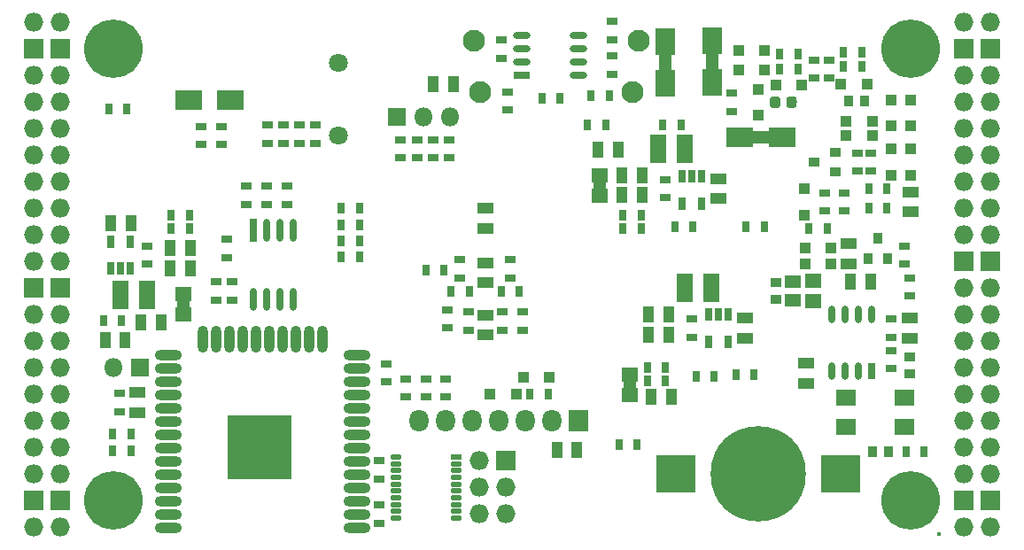
<source format=gbs>
G04 #@! TF.GenerationSoftware,KiCad,Pcbnew,5.0.0+dfsg1-2*
G04 #@! TF.CreationDate,2018-09-08T10:59:04+02:00*
G04 #@! TF.ProjectId,ulx3s,756C7833732E6B696361645F70636200,rev?*
G04 #@! TF.SameCoordinates,Original*
G04 #@! TF.FileFunction,Soldermask,Bot*
G04 #@! TF.FilePolarity,Negative*
%FSLAX46Y46*%
G04 Gerber Fmt 4.6, Leading zero omitted, Abs format (unit mm)*
G04 Created by KiCad (PCBNEW 5.0.0+dfsg1-2) date Sat Sep  8 10:59:04 2018*
%MOMM*%
%LPD*%
G01*
G04 APERTURE LIST*
%ADD10C,1.200000*%
%ADD11O,1.100000X0.500000*%
%ADD12R,1.100000X0.500000*%
%ADD13C,1.800000*%
%ADD14C,2.100000*%
%ADD15R,3.800000X3.600000*%
%ADD16C,9.100000*%
%ADD17R,1.900000X1.500000*%
%ADD18R,1.827200X2.132000*%
%ADD19O,1.827200X2.132000*%
%ADD20R,0.800000X1.300000*%
%ADD21R,0.700000X1.650000*%
%ADD22O,0.700000X1.650000*%
%ADD23R,1.650000X0.700000*%
%ADD24O,1.650000X0.700000*%
%ADD25R,0.700000X2.200000*%
%ADD26O,0.700000X2.200000*%
%ADD27O,2.600000X1.000000*%
%ADD28O,1.000000X2.600000*%
%ADD29R,6.100000X6.100000*%
%ADD30R,0.770000X1.100000*%
%ADD31R,1.500000X1.395000*%
%ADD32R,2.600000X1.900000*%
%ADD33R,1.900000X2.600000*%
%ADD34O,1.827200X1.827200*%
%ADD35R,1.827200X1.827200*%
%ADD36C,5.600000*%
%ADD37R,1.070000X1.600000*%
%ADD38R,1.600000X1.070000*%
%ADD39R,1.100000X0.770000*%
%ADD40R,1.100000X1.100000*%
%ADD41C,0.400000*%
%ADD42R,1.800000X1.800000*%
%ADD43O,1.800000X1.800000*%
%ADD44R,1.600000X2.800000*%
%ADD45R,0.900000X1.000000*%
%ADD46R,1.000000X0.900000*%
%ADD47R,0.920000X1.100000*%
%ADD48R,1.100000X0.920000*%
%ADD49R,1.500000X1.220000*%
%ADD50C,0.100000*%
%ADD51C,0.975000*%
G04 APERTURE END LIST*
D10*
G04 #@! TO.C,RP3*
X149472000Y-77311000D02*
X149472000Y-79311000D01*
G04 #@! TO.C,RP2*
X109609000Y-88632000D02*
X109609000Y-90632000D01*
G04 #@! TO.C,RP1*
X152281000Y-96361000D02*
X152281000Y-98361000D01*
G04 #@! TO.C,D9*
X166854000Y-73630000D02*
X162854000Y-73630000D01*
G04 #@! TO.C,D52*
X160155000Y-64391000D02*
X160155000Y-68391000D01*
G04 #@! TO.C,D51*
X155710000Y-68518000D02*
X155710000Y-64518000D01*
G04 #@! TD*
D11*
G04 #@! TO.C,U6*
X129935000Y-104215000D03*
X129935000Y-104865000D03*
X129935000Y-105515000D03*
X129935000Y-106165000D03*
X129935000Y-106815000D03*
X129935000Y-107465000D03*
X129935000Y-108115000D03*
X129935000Y-108765000D03*
X129935000Y-109415000D03*
X129935000Y-110065000D03*
X135735000Y-110065000D03*
X135735000Y-109415000D03*
X135735000Y-108765000D03*
X135735000Y-108115000D03*
X135735000Y-107465000D03*
X135735000Y-106815000D03*
X135735000Y-106165000D03*
X135735000Y-105515000D03*
X135735000Y-104865000D03*
D12*
X135735000Y-104215000D03*
G04 #@! TD*
D13*
G04 #@! TO.C,AUDIO1*
X124468000Y-66518000D03*
X124468000Y-73518000D03*
G04 #@! TD*
D14*
G04 #@! TO.C,GPDI1*
X152546000Y-69312000D03*
X138046000Y-69312000D03*
X153146000Y-64412000D03*
X137446000Y-64412000D03*
G04 #@! TD*
D15*
G04 #@! TO.C,BAT1*
X172485000Y-105870000D03*
X156685000Y-105870000D03*
D16*
X164585000Y-105870000D03*
G04 #@! TD*
D17*
G04 #@! TO.C,Y2*
X178576000Y-98522000D03*
X172976000Y-98522000D03*
X172976000Y-101322000D03*
X178576000Y-101322000D03*
G04 #@! TD*
D18*
G04 #@! TO.C,OLED1*
X147440000Y-100790000D03*
D19*
X144900000Y-100790000D03*
X142360000Y-100790000D03*
X139820000Y-100790000D03*
X137280000Y-100790000D03*
X134740000Y-100790000D03*
X132200000Y-100790000D03*
G04 #@! TD*
D20*
G04 #@! TO.C,U5*
X157285000Y-77392000D03*
X158235000Y-77392000D03*
X159185000Y-77392000D03*
X159185000Y-79992000D03*
X157285000Y-79992000D03*
G04 #@! TD*
G04 #@! TO.C,U3*
X159825000Y-90600000D03*
X160775000Y-90600000D03*
X161725000Y-90600000D03*
X161725000Y-93200000D03*
X159825000Y-93200000D03*
G04 #@! TD*
G04 #@! TO.C,U4*
X104575000Y-86215000D03*
X103625000Y-86215000D03*
X102675000Y-86215000D03*
X102675000Y-83615000D03*
X104575000Y-83615000D03*
G04 #@! TD*
D21*
G04 #@! TO.C,U7*
X175395000Y-96015000D03*
D22*
X174125000Y-96015000D03*
X172855000Y-96015000D03*
X171585000Y-96015000D03*
X171585000Y-90615000D03*
X172855000Y-90615000D03*
X174125000Y-90615000D03*
X175395000Y-90615000D03*
G04 #@! TD*
D23*
G04 #@! TO.C,U11*
X141980000Y-67706500D03*
D24*
X141980000Y-66436500D03*
X141980000Y-65166500D03*
X141980000Y-63896500D03*
X147380000Y-63896500D03*
X147380000Y-65166500D03*
X147380000Y-66436500D03*
X147380000Y-67706500D03*
G04 #@! TD*
D25*
G04 #@! TO.C,U10*
X116340000Y-82520000D03*
D26*
X117610000Y-82520000D03*
X118880000Y-82520000D03*
X120150000Y-82520000D03*
X120150000Y-89124000D03*
X118880000Y-89124000D03*
X117610000Y-89124000D03*
X116340000Y-89124000D03*
G04 #@! TD*
D27*
G04 #@! TO.C,U9*
X126230000Y-111000000D03*
X126230000Y-109730000D03*
X126230000Y-108460000D03*
X126230000Y-107190000D03*
X126230000Y-105920000D03*
X126230000Y-104650000D03*
X126230000Y-103380000D03*
X126230000Y-102110000D03*
X126230000Y-100840000D03*
X126230000Y-99570000D03*
X126230000Y-98300000D03*
X126230000Y-97030000D03*
X126230000Y-95760000D03*
X126230000Y-94490000D03*
D28*
X122945000Y-93000000D03*
X121675000Y-93000000D03*
X120405000Y-93000000D03*
X119135000Y-93000000D03*
X117865000Y-93000000D03*
X116595000Y-93000000D03*
X115325000Y-93000000D03*
X114055000Y-93000000D03*
X112785000Y-93000000D03*
X111515000Y-93000000D03*
D27*
X108230000Y-94490000D03*
X108230000Y-95760000D03*
X108230000Y-97030000D03*
X108230000Y-98300000D03*
X108230000Y-99570000D03*
X108230000Y-100840000D03*
X108230000Y-102110000D03*
X108230000Y-103380000D03*
X108230000Y-104650000D03*
X108230000Y-105920000D03*
X108230000Y-107190000D03*
X108230000Y-108460000D03*
X108230000Y-109730000D03*
X108230000Y-111000000D03*
D29*
X116930000Y-103300000D03*
G04 #@! TD*
D30*
G04 #@! TO.C,C49*
X103738000Y-91156000D03*
X101988000Y-91156000D03*
G04 #@! TD*
D31*
G04 #@! TO.C,RP3*
X149472000Y-79278500D03*
X149472000Y-77343500D03*
G04 #@! TD*
G04 #@! TO.C,RP2*
X109609000Y-90599500D03*
X109609000Y-88664500D03*
G04 #@! TD*
G04 #@! TO.C,RP1*
X152281000Y-98328500D03*
X152281000Y-96393500D03*
G04 #@! TD*
D32*
G04 #@! TO.C,D9*
X162854000Y-73630000D03*
X166854000Y-73630000D03*
G04 #@! TD*
D33*
G04 #@! TO.C,D52*
X160155000Y-68391000D03*
X160155000Y-64391000D03*
G04 #@! TD*
G04 #@! TO.C,D51*
X155710000Y-64518000D03*
X155710000Y-68518000D03*
G04 #@! TD*
D34*
G04 #@! TO.C,J1*
X97910000Y-62690000D03*
X95370000Y-62690000D03*
D35*
X97910000Y-65230000D03*
X95370000Y-65230000D03*
D34*
X97910000Y-67770000D03*
X95370000Y-67770000D03*
X97910000Y-70310000D03*
X95370000Y-70310000D03*
X97910000Y-72850000D03*
X95370000Y-72850000D03*
X97910000Y-75390000D03*
X95370000Y-75390000D03*
X97910000Y-77930000D03*
X95370000Y-77930000D03*
X97910000Y-80470000D03*
X95370000Y-80470000D03*
X97910000Y-83010000D03*
X95370000Y-83010000D03*
X97910000Y-85550000D03*
X95370000Y-85550000D03*
D35*
X97910000Y-88090000D03*
X95370000Y-88090000D03*
D34*
X97910000Y-90630000D03*
X95370000Y-90630000D03*
X97910000Y-93170000D03*
X95370000Y-93170000D03*
X97910000Y-95710000D03*
X95370000Y-95710000D03*
X97910000Y-98250000D03*
X95370000Y-98250000D03*
X97910000Y-100790000D03*
X95370000Y-100790000D03*
X97910000Y-103330000D03*
X95370000Y-103330000D03*
X97910000Y-105870000D03*
X95370000Y-105870000D03*
D35*
X97910000Y-108410000D03*
X95370000Y-108410000D03*
D34*
X97910000Y-110950000D03*
X95370000Y-110950000D03*
G04 #@! TD*
G04 #@! TO.C,J2*
X184270000Y-110950000D03*
X186810000Y-110950000D03*
D35*
X184270000Y-108410000D03*
X186810000Y-108410000D03*
D34*
X184270000Y-105870000D03*
X186810000Y-105870000D03*
X184270000Y-103330000D03*
X186810000Y-103330000D03*
X184270000Y-100790000D03*
X186810000Y-100790000D03*
X184270000Y-98250000D03*
X186810000Y-98250000D03*
X184270000Y-95710000D03*
X186810000Y-95710000D03*
X184270000Y-93170000D03*
X186810000Y-93170000D03*
X184270000Y-90630000D03*
X186810000Y-90630000D03*
X184270000Y-88090000D03*
X186810000Y-88090000D03*
D35*
X184270000Y-85550000D03*
X186810000Y-85550000D03*
D34*
X184270000Y-83010000D03*
X186810000Y-83010000D03*
X184270000Y-80470000D03*
X186810000Y-80470000D03*
X184270000Y-77930000D03*
X186810000Y-77930000D03*
X184270000Y-75390000D03*
X186810000Y-75390000D03*
X184270000Y-72850000D03*
X186810000Y-72850000D03*
X184270000Y-70310000D03*
X186810000Y-70310000D03*
X184270000Y-67770000D03*
X186810000Y-67770000D03*
D35*
X184270000Y-65230000D03*
X186810000Y-65230000D03*
D34*
X184270000Y-62690000D03*
X186810000Y-62690000D03*
G04 #@! TD*
D36*
G04 #@! TO.C,H1*
X102990000Y-108410000D03*
G04 #@! TD*
G04 #@! TO.C,H2*
X179190000Y-108410000D03*
G04 #@! TD*
G04 #@! TO.C,H3*
X179190000Y-65230000D03*
G04 #@! TD*
G04 #@! TO.C,H4*
X102990000Y-65230000D03*
G04 #@! TD*
D35*
G04 #@! TO.C,J4*
X140455000Y-104600000D03*
D34*
X137915000Y-104600000D03*
X140455000Y-107140000D03*
X137915000Y-107140000D03*
X140455000Y-109680000D03*
X137915000Y-109680000D03*
G04 #@! TD*
D37*
G04 #@! TO.C,C47*
X133546000Y-68550000D03*
X135456000Y-68550000D03*
G04 #@! TD*
G04 #@! TO.C,C1*
X102748500Y-81885000D03*
X104658500Y-81885000D03*
G04 #@! TD*
D30*
G04 #@! TO.C,C2*
X153985000Y-96910000D03*
X155735000Y-96910000D03*
G04 #@! TD*
D37*
G04 #@! TO.C,C3*
X156015000Y-90630000D03*
X154105000Y-90630000D03*
G04 #@! TD*
G04 #@! TO.C,C4*
X154105000Y-92535000D03*
X156015000Y-92535000D03*
G04 #@! TD*
D38*
G04 #@! TO.C,C5*
X163315000Y-90945000D03*
X163315000Y-92855000D03*
G04 #@! TD*
D30*
G04 #@! TO.C,C6*
X151645000Y-82375000D03*
X153395000Y-82375000D03*
G04 #@! TD*
D37*
G04 #@! TO.C,C7*
X153475000Y-79200000D03*
X151565000Y-79200000D03*
G04 #@! TD*
G04 #@! TO.C,C8*
X153475000Y-77295000D03*
X151565000Y-77295000D03*
G04 #@! TD*
D38*
G04 #@! TO.C,C9*
X160775000Y-79520000D03*
X160775000Y-77610000D03*
G04 #@! TD*
D30*
G04 #@! TO.C,C10*
X108465000Y-81105000D03*
X110215000Y-81105000D03*
G04 #@! TD*
D37*
G04 #@! TO.C,C11*
X108385000Y-84280000D03*
X110295000Y-84280000D03*
G04 #@! TD*
G04 #@! TO.C,C12*
X110295000Y-86185000D03*
X108385000Y-86185000D03*
G04 #@! TD*
D38*
G04 #@! TO.C,C13*
X173221000Y-83833000D03*
X173221000Y-85743000D03*
G04 #@! TD*
D39*
G04 #@! TO.C,C14*
X175380000Y-76900000D03*
X175380000Y-75150000D03*
G04 #@! TD*
D38*
G04 #@! TO.C,C15*
X105276000Y-99967000D03*
X105276000Y-98057000D03*
G04 #@! TD*
D37*
G04 #@! TO.C,C16*
X173424000Y-87473000D03*
X175334000Y-87473000D03*
G04 #@! TD*
D38*
G04 #@! TO.C,C17*
X138500000Y-90665000D03*
X138500000Y-92575000D03*
G04 #@! TD*
D39*
G04 #@! TO.C,C18*
X150589600Y-64359000D03*
X150589600Y-62609000D03*
G04 #@! TD*
D38*
G04 #@! TO.C,C19*
X138500000Y-82375000D03*
X138500000Y-80465000D03*
G04 #@! TD*
G04 #@! TO.C,C20*
X138500000Y-87575000D03*
X138500000Y-85665000D03*
G04 #@! TD*
D37*
G04 #@! TO.C,C21*
X104072000Y-93061000D03*
X102162000Y-93061000D03*
G04 #@! TD*
G04 #@! TO.C,C22*
X154359000Y-98504000D03*
X156269000Y-98504000D03*
G04 #@! TD*
G04 #@! TO.C,C23*
X105591000Y-91392000D03*
X107501000Y-91392000D03*
G04 #@! TD*
G04 #@! TO.C,C24*
X151189000Y-74882000D03*
X149279000Y-74882000D03*
G04 #@! TD*
D39*
G04 #@! TO.C,C25*
X140900000Y-87095000D03*
X140900000Y-85345000D03*
G04 #@! TD*
G04 #@! TO.C,C26*
X136100000Y-87095000D03*
X136100000Y-85345000D03*
G04 #@! TD*
G04 #@! TO.C,C27*
X136900000Y-92095000D03*
X136900000Y-90345000D03*
G04 #@! TD*
G04 #@! TO.C,C28*
X140100000Y-90345000D03*
X140100000Y-92095000D03*
G04 #@! TD*
G04 #@! TO.C,C29*
X142100000Y-92095000D03*
X142100000Y-90345000D03*
G04 #@! TD*
G04 #@! TO.C,C30*
X134900000Y-90145000D03*
X134900000Y-91895000D03*
G04 #@! TD*
D30*
G04 #@! TO.C,C31*
X135225000Y-88420000D03*
X136975000Y-88420000D03*
G04 #@! TD*
G04 #@! TO.C,C32*
X140025000Y-88420000D03*
X141775000Y-88420000D03*
G04 #@! TD*
G04 #@! TO.C,C33*
X163425000Y-82220000D03*
X165175000Y-82220000D03*
G04 #@! TD*
G04 #@! TO.C,C34*
X158375000Y-82220000D03*
X156625000Y-82220000D03*
G04 #@! TD*
D39*
G04 #@! TO.C,C35*
X177300000Y-94025000D03*
X177300000Y-95775000D03*
G04 #@! TD*
D37*
G04 #@! TO.C,C46*
X145342000Y-103584000D03*
X147252000Y-103584000D03*
G04 #@! TD*
D30*
G04 #@! TO.C,C48*
X104246000Y-70963000D03*
X102496000Y-70963000D03*
G04 #@! TD*
D39*
G04 #@! TO.C,C50*
X179063000Y-88856000D03*
X179063000Y-87106000D03*
G04 #@! TD*
D30*
G04 #@! TO.C,C51*
X180473000Y-103711000D03*
X178723000Y-103711000D03*
G04 #@! TD*
G04 #@! TO.C,C52*
X158645000Y-96490000D03*
X160395000Y-96490000D03*
G04 #@! TD*
G04 #@! TO.C,C53*
X132827200Y-86330000D03*
X134577200Y-86330000D03*
G04 #@! TD*
D38*
G04 #@! TO.C,C54*
X169172000Y-95281000D03*
X169172000Y-97191000D03*
G04 #@! TD*
G04 #@! TO.C,D11*
X179190000Y-80790000D03*
X179190000Y-78880000D03*
G04 #@! TD*
D40*
G04 #@! TO.C,D10*
X169050000Y-84280000D03*
X171550000Y-84280000D03*
G04 #@! TD*
G04 #@! TO.C,D12*
X169030000Y-78585000D03*
X169030000Y-81085000D03*
G04 #@! TD*
G04 #@! TO.C,D13*
X171550000Y-85804000D03*
X169050000Y-85804000D03*
G04 #@! TD*
G04 #@! TO.C,D14*
X179190000Y-74775000D03*
X179190000Y-77275000D03*
G04 #@! TD*
G04 #@! TO.C,D15*
X177285000Y-77275000D03*
X177285000Y-74775000D03*
G04 #@! TD*
G04 #@! TO.C,D16*
X172987000Y-73503000D03*
X175487000Y-73503000D03*
G04 #@! TD*
G04 #@! TO.C,D17*
X164585000Y-69060000D03*
X164585000Y-71560000D03*
G04 #@! TD*
G04 #@! TO.C,D20*
X168756000Y-68659000D03*
X166256000Y-68659000D03*
G04 #@! TD*
G04 #@! TO.C,D21*
X174979000Y-68550000D03*
X172479000Y-68550000D03*
G04 #@! TD*
G04 #@! TO.C,D23*
X165200000Y-67262000D03*
X162700000Y-67262000D03*
G04 #@! TD*
G04 #@! TO.C,D24*
X162700000Y-65357000D03*
X165200000Y-65357000D03*
G04 #@! TD*
G04 #@! TO.C,D25*
X177285000Y-72594000D03*
X177285000Y-70094000D03*
G04 #@! TD*
G04 #@! TO.C,D26*
X179190000Y-70094000D03*
X179190000Y-72594000D03*
G04 #@! TD*
D41*
G04 #@! TO.C,AE1*
X181872000Y-111603000D03*
G04 #@! TD*
D39*
G04 #@! TO.C,R49*
X113277000Y-74360000D03*
X113277000Y-72610000D03*
G04 #@! TD*
G04 #@! TO.C,R50*
X111372000Y-72610000D03*
X111372000Y-74360000D03*
G04 #@! TD*
D30*
G04 #@! TO.C,R51*
X155455000Y-72487000D03*
X157205000Y-72487000D03*
G04 #@! TD*
D39*
G04 #@! TO.C,R52*
X171331000Y-66278000D03*
X171331000Y-68028000D03*
G04 #@! TD*
G04 #@! TO.C,R53*
X169919000Y-68028000D03*
X169919000Y-66278000D03*
G04 #@! TD*
D30*
G04 #@! TO.C,R54*
X174477000Y-65502000D03*
X172727000Y-65502000D03*
G04 #@! TD*
D39*
G04 #@! TO.C,R56*
X128390000Y-106321000D03*
X128390000Y-104571000D03*
G04 #@! TD*
G04 #@! TO.C,R57*
X117722000Y-72483000D03*
X117722000Y-74233000D03*
G04 #@! TD*
G04 #@! TO.C,R58*
X119246000Y-74233000D03*
X119246000Y-72483000D03*
G04 #@! TD*
G04 #@! TO.C,R59*
X120770000Y-72483000D03*
X120770000Y-74233000D03*
G04 #@! TD*
G04 #@! TO.C,R60*
X122294000Y-74233000D03*
X122294000Y-72483000D03*
G04 #@! TD*
D30*
G04 #@! TO.C,R61*
X145655000Y-69900000D03*
X143905000Y-69900000D03*
G04 #@! TD*
D42*
G04 #@! TO.C,J3*
X105530000Y-95710000D03*
D43*
X102990000Y-95710000D03*
G04 #@! TD*
D42*
G04 #@! TO.C,J5*
X130056000Y-71725000D03*
D43*
X132596000Y-71725000D03*
X135136000Y-71725000D03*
G04 #@! TD*
D30*
G04 #@! TO.C,R40*
X166631000Y-65738000D03*
X168381000Y-65738000D03*
G04 #@! TD*
D39*
G04 #@! TO.C,R55*
X134740000Y-96740000D03*
X134740000Y-98490000D03*
G04 #@! TD*
D38*
G04 #@! TO.C,C55*
X179078000Y-90963000D03*
X179078000Y-92873000D03*
G04 #@! TD*
D39*
G04 #@! TO.C,R65*
X177300000Y-92793000D03*
X177300000Y-91043000D03*
G04 #@! TD*
D44*
G04 #@! TO.C,L1*
X160140000Y-88090000D03*
X157600000Y-88090000D03*
G04 #@! TD*
G04 #@! TO.C,L2*
X103625000Y-88725000D03*
X106165000Y-88725000D03*
G04 #@! TD*
G04 #@! TO.C,L3*
X155060000Y-74755000D03*
X157600000Y-74755000D03*
G04 #@! TD*
D30*
G04 #@! TO.C,R1*
X171175000Y-82375000D03*
X169425000Y-82375000D03*
G04 #@! TD*
D39*
G04 #@! TO.C,R2*
X172840000Y-78960000D03*
X172840000Y-80710000D03*
G04 #@! TD*
G04 #@! TO.C,R3*
X162045000Y-71185000D03*
X162045000Y-69435000D03*
G04 #@! TD*
D30*
G04 #@! TO.C,R4*
X176890000Y-80470000D03*
X175140000Y-80470000D03*
G04 #@! TD*
D39*
G04 #@! TO.C,R5*
X174110000Y-75150000D03*
X174110000Y-76900000D03*
G04 #@! TD*
G04 #@! TO.C,R6*
X178555000Y-85790000D03*
X178555000Y-84040000D03*
G04 #@! TD*
G04 #@! TO.C,R7*
X113785000Y-85155000D03*
X113785000Y-83405000D03*
G04 #@! TD*
G04 #@! TO.C,R8*
X170935000Y-80710000D03*
X170935000Y-78960000D03*
G04 #@! TD*
G04 #@! TO.C,R9*
X128390000Y-110555000D03*
X128390000Y-108805000D03*
G04 #@! TD*
D30*
G04 #@! TO.C,R10*
X151264000Y-103076000D03*
X153014000Y-103076000D03*
G04 #@! TD*
D39*
G04 #@! TO.C,R11*
X119515000Y-80093000D03*
X119515000Y-78343000D03*
G04 #@! TD*
G04 #@! TO.C,R12*
X114308000Y-89219000D03*
X114308000Y-87469000D03*
G04 #@! TD*
D30*
G04 #@! TO.C,R13*
X175140000Y-78565000D03*
X176890000Y-78565000D03*
G04 #@! TD*
G04 #@! TO.C,R14*
X124721000Y-85060000D03*
X126471000Y-85060000D03*
G04 #@! TD*
G04 #@! TO.C,R15*
X126471000Y-83536000D03*
X124721000Y-83536000D03*
G04 #@! TD*
G04 #@! TO.C,R16*
X124721000Y-82012000D03*
X126471000Y-82012000D03*
G04 #@! TD*
G04 #@! TO.C,R17*
X126471000Y-80470000D03*
X124721000Y-80470000D03*
G04 #@! TD*
D39*
G04 #@! TO.C,R18*
X130422000Y-73898000D03*
X130422000Y-75648000D03*
G04 #@! TD*
G04 #@! TO.C,R19*
X131961000Y-73898000D03*
X131961000Y-75648000D03*
G04 #@! TD*
G04 #@! TO.C,R20*
X133485000Y-73898000D03*
X133485000Y-75648000D03*
G04 #@! TD*
G04 #@! TO.C,R21*
X135009000Y-75648000D03*
X135009000Y-73898000D03*
G04 #@! TD*
G04 #@! TO.C,R22*
X140025500Y-66105000D03*
X140025500Y-64355000D03*
G04 #@! TD*
G04 #@! TO.C,R23*
X140597000Y-71076000D03*
X140597000Y-69326000D03*
G04 #@! TD*
G04 #@! TO.C,R24*
X150615000Y-67647000D03*
X150615000Y-65897000D03*
G04 #@! TD*
D30*
G04 #@! TO.C,R25*
X148300000Y-72487000D03*
X150050000Y-72487000D03*
G04 #@! TD*
G04 #@! TO.C,R26*
X150362000Y-69693000D03*
X148612000Y-69693000D03*
G04 #@! TD*
D39*
G04 #@! TO.C,R27*
X129025000Y-95300000D03*
X129025000Y-97050000D03*
G04 #@! TD*
G04 #@! TO.C,R28*
X117595000Y-78343000D03*
X117595000Y-80093000D03*
G04 #@! TD*
G04 #@! TO.C,R29*
X112784000Y-89219000D03*
X112784000Y-87469000D03*
G04 #@! TD*
G04 #@! TO.C,R30*
X115690000Y-78343000D03*
X115690000Y-80093000D03*
G04 #@! TD*
D30*
G04 #@! TO.C,R31*
X142755000Y-98250000D03*
X144505000Y-98250000D03*
G04 #@! TD*
D39*
G04 #@! TO.C,R32*
X132835000Y-98490000D03*
X132835000Y-96740000D03*
G04 #@! TD*
G04 #@! TO.C,R33*
X130930000Y-96740000D03*
X130930000Y-98490000D03*
G04 #@! TD*
D30*
G04 #@! TO.C,R34*
X102877000Y-103600000D03*
X104627000Y-103600000D03*
G04 #@! TD*
G04 #@! TO.C,R35*
X102877000Y-102060000D03*
X104627000Y-102060000D03*
G04 #@! TD*
D39*
G04 #@! TO.C,R38*
X103576500Y-99905000D03*
X103576500Y-98155000D03*
G04 #@! TD*
D30*
G04 #@! TO.C,R39*
X164190000Y-96345000D03*
X162440000Y-96345000D03*
G04 #@! TD*
G04 #@! TO.C,R63*
X168381000Y-67135000D03*
X166631000Y-67135000D03*
G04 #@! TD*
G04 #@! TO.C,R64*
X174475000Y-66899000D03*
X172725000Y-66899000D03*
G04 #@! TD*
G04 #@! TO.C,RA1*
X153985000Y-95640000D03*
X155735000Y-95640000D03*
G04 #@! TD*
G04 #@! TO.C,RA2*
X110215000Y-82375000D03*
X108465000Y-82375000D03*
G04 #@! TD*
G04 #@! TO.C,RA3*
X151645000Y-81105000D03*
X153395000Y-81105000D03*
G04 #@! TD*
D39*
G04 #@! TO.C,RB1*
X158235000Y-92775000D03*
X158235000Y-91025000D03*
G04 #@! TD*
G04 #@! TO.C,RB2*
X106165000Y-85790000D03*
X106165000Y-84040000D03*
G04 #@! TD*
G04 #@! TO.C,RB3*
X155695000Y-79440000D03*
X155695000Y-77690000D03*
G04 #@! TD*
D32*
G04 #@! TO.C,D8*
X110149000Y-70074000D03*
X114149000Y-70074000D03*
G04 #@! TD*
D45*
G04 #@! TO.C,Q1*
X176015000Y-83280000D03*
X175065000Y-85280000D03*
X176965000Y-85280000D03*
G04 #@! TD*
D46*
G04 #@! TO.C,Q2*
X171935000Y-75075000D03*
X171935000Y-76975000D03*
X169935000Y-76025000D03*
G04 #@! TD*
D40*
G04 #@! TO.C,D27*
X175502000Y-72106000D03*
X173002000Y-72106000D03*
G04 #@! TD*
D47*
G04 #@! TO.C,R66*
X173198000Y-70201000D03*
X174798000Y-70201000D03*
G04 #@! TD*
D48*
G04 #@! TO.C,C56*
X179078000Y-96274000D03*
X179078000Y-94674000D03*
G04 #@! TD*
D47*
G04 #@! TO.C,C57*
X177084000Y-103711000D03*
X175484000Y-103711000D03*
G04 #@! TD*
D49*
G04 #@! TO.C,C58*
X167902000Y-89242000D03*
X167902000Y-87482000D03*
G04 #@! TD*
D48*
G04 #@! TO.C,C59*
X166251000Y-89162000D03*
X166251000Y-87562000D03*
G04 #@! TD*
D31*
G04 #@! TO.C,L4*
X169807000Y-87394500D03*
X169807000Y-89329500D03*
G04 #@! TD*
D40*
G04 #@! TO.C,D28*
X144626000Y-96599000D03*
X142126000Y-96599000D03*
G04 #@! TD*
G04 #@! TO.C,D29*
X138951000Y-98250000D03*
X141451000Y-98250000D03*
G04 #@! TD*
D50*
G04 #@! TO.C,C60*
G36*
X166478142Y-69786174D02*
X166501803Y-69789684D01*
X166525007Y-69795496D01*
X166547529Y-69803554D01*
X166569153Y-69813782D01*
X166589670Y-69826079D01*
X166608883Y-69840329D01*
X166626607Y-69856393D01*
X166642671Y-69874117D01*
X166656921Y-69893330D01*
X166669218Y-69913847D01*
X166679446Y-69935471D01*
X166687504Y-69957993D01*
X166693316Y-69981197D01*
X166696826Y-70004858D01*
X166698000Y-70028750D01*
X166698000Y-70591250D01*
X166696826Y-70615142D01*
X166693316Y-70638803D01*
X166687504Y-70662007D01*
X166679446Y-70684529D01*
X166669218Y-70706153D01*
X166656921Y-70726670D01*
X166642671Y-70745883D01*
X166626607Y-70763607D01*
X166608883Y-70779671D01*
X166589670Y-70793921D01*
X166569153Y-70806218D01*
X166547529Y-70816446D01*
X166525007Y-70824504D01*
X166501803Y-70830316D01*
X166478142Y-70833826D01*
X166454250Y-70835000D01*
X165966750Y-70835000D01*
X165942858Y-70833826D01*
X165919197Y-70830316D01*
X165895993Y-70824504D01*
X165873471Y-70816446D01*
X165851847Y-70806218D01*
X165831330Y-70793921D01*
X165812117Y-70779671D01*
X165794393Y-70763607D01*
X165778329Y-70745883D01*
X165764079Y-70726670D01*
X165751782Y-70706153D01*
X165741554Y-70684529D01*
X165733496Y-70662007D01*
X165727684Y-70638803D01*
X165724174Y-70615142D01*
X165723000Y-70591250D01*
X165723000Y-70028750D01*
X165724174Y-70004858D01*
X165727684Y-69981197D01*
X165733496Y-69957993D01*
X165741554Y-69935471D01*
X165751782Y-69913847D01*
X165764079Y-69893330D01*
X165778329Y-69874117D01*
X165794393Y-69856393D01*
X165812117Y-69840329D01*
X165831330Y-69826079D01*
X165851847Y-69813782D01*
X165873471Y-69803554D01*
X165895993Y-69795496D01*
X165919197Y-69789684D01*
X165942858Y-69786174D01*
X165966750Y-69785000D01*
X166454250Y-69785000D01*
X166478142Y-69786174D01*
X166478142Y-69786174D01*
G37*
D51*
X166210500Y-70310000D03*
D50*
G36*
X168053142Y-69786174D02*
X168076803Y-69789684D01*
X168100007Y-69795496D01*
X168122529Y-69803554D01*
X168144153Y-69813782D01*
X168164670Y-69826079D01*
X168183883Y-69840329D01*
X168201607Y-69856393D01*
X168217671Y-69874117D01*
X168231921Y-69893330D01*
X168244218Y-69913847D01*
X168254446Y-69935471D01*
X168262504Y-69957993D01*
X168268316Y-69981197D01*
X168271826Y-70004858D01*
X168273000Y-70028750D01*
X168273000Y-70591250D01*
X168271826Y-70615142D01*
X168268316Y-70638803D01*
X168262504Y-70662007D01*
X168254446Y-70684529D01*
X168244218Y-70706153D01*
X168231921Y-70726670D01*
X168217671Y-70745883D01*
X168201607Y-70763607D01*
X168183883Y-70779671D01*
X168164670Y-70793921D01*
X168144153Y-70806218D01*
X168122529Y-70816446D01*
X168100007Y-70824504D01*
X168076803Y-70830316D01*
X168053142Y-70833826D01*
X168029250Y-70835000D01*
X167541750Y-70835000D01*
X167517858Y-70833826D01*
X167494197Y-70830316D01*
X167470993Y-70824504D01*
X167448471Y-70816446D01*
X167426847Y-70806218D01*
X167406330Y-70793921D01*
X167387117Y-70779671D01*
X167369393Y-70763607D01*
X167353329Y-70745883D01*
X167339079Y-70726670D01*
X167326782Y-70706153D01*
X167316554Y-70684529D01*
X167308496Y-70662007D01*
X167302684Y-70638803D01*
X167299174Y-70615142D01*
X167298000Y-70591250D01*
X167298000Y-70028750D01*
X167299174Y-70004858D01*
X167302684Y-69981197D01*
X167308496Y-69957993D01*
X167316554Y-69935471D01*
X167326782Y-69913847D01*
X167339079Y-69893330D01*
X167353329Y-69874117D01*
X167369393Y-69856393D01*
X167387117Y-69840329D01*
X167406330Y-69826079D01*
X167426847Y-69813782D01*
X167448471Y-69803554D01*
X167470993Y-69795496D01*
X167494197Y-69789684D01*
X167517858Y-69786174D01*
X167541750Y-69785000D01*
X168029250Y-69785000D01*
X168053142Y-69786174D01*
X168053142Y-69786174D01*
G37*
D51*
X167785500Y-70310000D03*
G04 #@! TD*
M02*

</source>
